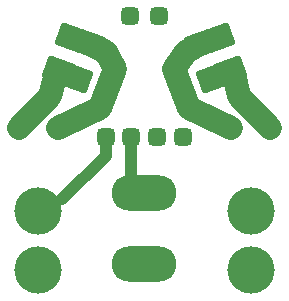
<source format=gbr>
%TF.GenerationSoftware,KiCad,Pcbnew,(6.0.5)*%
%TF.CreationDate,2022-11-23T01:52:28-05:00*%
%TF.ProjectId,Eggman3,4567676d-616e-4332-9e6b-696361645f70,rev?*%
%TF.SameCoordinates,Original*%
%TF.FileFunction,Copper,L2,Bot*%
%TF.FilePolarity,Positive*%
%FSLAX46Y46*%
G04 Gerber Fmt 4.6, Leading zero omitted, Abs format (unit mm)*
G04 Created by KiCad (PCBNEW (6.0.5)) date 2022-11-23 01:52:28*
%MOMM*%
%LPD*%
G01*
G04 APERTURE LIST*
G04 Aperture macros list*
%AMRoundRect*
0 Rectangle with rounded corners*
0 $1 Rounding radius*
0 $2 $3 $4 $5 $6 $7 $8 $9 X,Y pos of 4 corners*
0 Add a 4 corners polygon primitive as box body*
4,1,4,$2,$3,$4,$5,$6,$7,$8,$9,$2,$3,0*
0 Add four circle primitives for the rounded corners*
1,1,$1+$1,$2,$3*
1,1,$1+$1,$4,$5*
1,1,$1+$1,$6,$7*
1,1,$1+$1,$8,$9*
0 Add four rect primitives between the rounded corners*
20,1,$1+$1,$2,$3,$4,$5,0*
20,1,$1+$1,$4,$5,$6,$7,0*
20,1,$1+$1,$6,$7,$8,$9,0*
20,1,$1+$1,$8,$9,$2,$3,0*%
G04 Aperture macros list end*
%TA.AperFunction,ComponentPad*%
%ADD10C,1.800000*%
%TD*%
%TA.AperFunction,ComponentPad*%
%ADD11RoundRect,0.200000X-1.260293X0.392633X-0.713061X-1.110875X1.260293X-0.392633X0.713061X1.110875X0*%
%TD*%
%TA.AperFunction,ComponentPad*%
%ADD12RoundRect,0.200000X1.260293X-0.392633X0.713061X1.110875X-1.260293X0.392633X-0.713061X-1.110875X0*%
%TD*%
%TA.AperFunction,ComponentPad*%
%ADD13RoundRect,0.200000X-0.713061X1.110875X-1.260293X-0.392633X0.713061X-1.110875X1.260293X0.392633X0*%
%TD*%
%TA.AperFunction,ComponentPad*%
%ADD14RoundRect,0.200000X0.713061X-1.110875X1.260293X0.392633X-0.713061X1.110875X-1.260293X-0.392633X0*%
%TD*%
%TA.AperFunction,ComponentPad*%
%ADD15C,4.000000*%
%TD*%
%TA.AperFunction,ComponentPad*%
%ADD16RoundRect,1.500000X1.250000X0.000000X1.250000X0.000000X-1.250000X0.000000X-1.250000X0.000000X0*%
%TD*%
%TA.AperFunction,ComponentPad*%
%ADD17RoundRect,0.375000X-0.375000X-0.375000X0.375000X-0.375000X0.375000X0.375000X-0.375000X0.375000X0*%
%TD*%
%TA.AperFunction,ComponentPad*%
%ADD18RoundRect,0.375000X-0.375000X0.375000X-0.375000X-0.375000X0.375000X-0.375000X0.375000X0.375000X0*%
%TD*%
%TA.AperFunction,ComponentPad*%
%ADD19RoundRect,0.375000X0.375000X-0.375000X0.375000X0.375000X-0.375000X0.375000X-0.375000X-0.375000X0*%
%TD*%
%TA.AperFunction,Conductor*%
%ADD20C,1.000000*%
%TD*%
%TA.AperFunction,Conductor*%
%ADD21C,2.000000*%
%TD*%
G04 APERTURE END LIST*
D10*
%TO.P,C2,1*%
%TO.N,VDD*%
X-10650000Y15000000D03*
%TO.P,C2,2*%
%TO.N,GND*%
X-7350000Y15000000D03*
%TD*%
%TO.P,C1,1*%
%TO.N,VDD*%
X7350000Y15000000D03*
%TO.P,C1,2*%
%TO.N,GND*%
X10650000Y15000000D03*
%TD*%
D11*
%TO.P,J11,1,Pin_1*%
%TO.N,VDD*%
X6198566Y22694079D03*
D12*
X4758957Y22170104D03*
D11*
%TO.P,J11,2,Pin_2*%
%TO.N,GND*%
X7241043Y19829896D03*
D12*
X5801434Y19305921D03*
%TD*%
D13*
%TO.P,J10,1,Pin_1*%
%TO.N,GND*%
X-4718923Y22170104D03*
D14*
X-6158532Y22694079D03*
D13*
%TO.P,J10,2,Pin_2*%
%TO.N,VDD*%
X-5761400Y19305921D03*
D14*
X-7201010Y19829896D03*
%TD*%
D15*
%TO.P,J9,1,Pin_1*%
%TO.N,GND*%
X-9000000Y8000000D03*
%TO.P,J9,2,Pin_2*%
%TO.N,Net-(J8-Pad1)*%
X-9000000Y3000000D03*
%TD*%
%TO.P,J8,1,Pin_1*%
%TO.N,Net-(J8-Pad1)*%
X9000000Y3000000D03*
%TO.P,J8,2,Pin_2*%
%TO.N,Net-(J7-Pad1)*%
X9000000Y8000000D03*
%TD*%
D16*
%TO.P,J7,1,Pin_1*%
%TO.N,Net-(J7-Pad1)*%
X0Y3500000D03*
%TO.P,J7,2,Pin_2*%
%TO.N,VDD*%
X0Y9500000D03*
%TD*%
D17*
%TO.P,J4,1,Pin_1*%
%TO.N,GND*%
X-3300000Y14250000D03*
%TD*%
%TO.P,J3,1,Pin_1*%
%TO.N,VDD*%
X-1100000Y14250000D03*
%TD*%
D18*
%TO.P,J2,1,Pin_1*%
%TO.N,PPM_B*%
X1250000Y24500000D03*
%TD*%
D17*
%TO.P,J1,1,Pin_1*%
%TO.N,PPM_F*%
X1100000Y14250000D03*
%TD*%
%TO.P,J6,1,Pin_1*%
%TO.N,PPM_B*%
X3300000Y14250000D03*
%TD*%
D19*
%TO.P,J5,1,Pin_1*%
%TO.N,PPM_F*%
X-1250000Y24500000D03*
%TD*%
D20*
%TO.N,GND*%
X-3300000Y12700000D02*
X-7000000Y9000000D01*
X-3300000Y14250000D02*
X-3300000Y12700000D01*
D21*
%TO.N,VDD*%
X-8000000Y17750000D02*
X-7435933Y19915401D01*
X-10650000Y15000000D02*
X-8000000Y17750000D01*
%TO.N,GND*%
X10650000Y15000000D02*
X8000000Y17750000D01*
X8000000Y17750000D02*
X7475966Y19915401D01*
%TO.N,VDD*%
X3500000Y21500000D02*
X4524034Y22084599D01*
X2500000Y20000000D02*
X3500000Y21500000D01*
X3750000Y16750000D02*
X2500000Y20000000D01*
X7350000Y15000000D02*
X3750000Y16750000D01*
%TO.N,GND*%
X-3250000Y21500000D02*
X-4484000Y22084599D01*
X-2500000Y20000000D02*
X-3250000Y21500000D01*
X-3750000Y16750000D02*
X-2500000Y20000000D01*
X-7350000Y15000000D02*
X-3750000Y16750000D01*
D20*
%TO.N,VDD*%
X-1100000Y10600000D02*
X0Y9500000D01*
X-1100000Y14250000D02*
X-1100000Y10600000D01*
%TD*%
M02*

</source>
